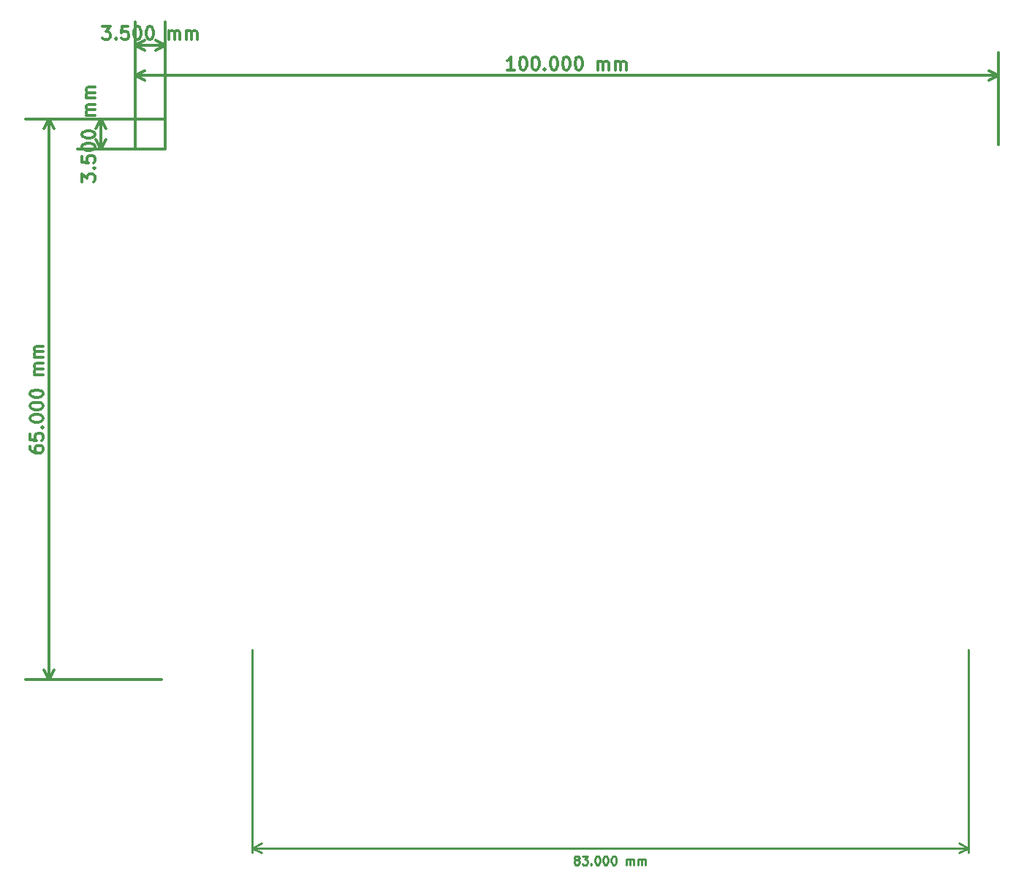
<source format=gbr>
G04 #@! TF.GenerationSoftware,KiCad,Pcbnew,(6.0.0-rc1-dev-450-gc170e8930)*
G04 #@! TF.CreationDate,2018-10-08T16:18:35+02:00*
G04 #@! TF.ProjectId,Astroplant_VFR,417374726F706C616E745F5646522E6B,0.5*
G04 #@! TF.SameCoordinates,Original*
G04 #@! TF.FileFunction,Other,ECO2*
%FSLAX46Y46*%
G04 Gerber Fmt 4.6, Leading zero omitted, Abs format (unit mm)*
G04 Created by KiCad (PCBNEW (6.0.0-rc1-dev-450-gc170e8930)) date Mon Oct  8 16:18:35 2018*
%MOMM*%
%LPD*%
G01*
G04 APERTURE LIST*
%ADD10C,0.250000*%
%ADD11C,0.300000*%
G04 APERTURE END LIST*
D10*
X151047619Y-120880952D02*
X150952380Y-120833333D01*
X150904761Y-120785714D01*
X150857142Y-120690476D01*
X150857142Y-120642857D01*
X150904761Y-120547619D01*
X150952380Y-120500000D01*
X151047619Y-120452380D01*
X151238095Y-120452380D01*
X151333333Y-120500000D01*
X151380952Y-120547619D01*
X151428571Y-120642857D01*
X151428571Y-120690476D01*
X151380952Y-120785714D01*
X151333333Y-120833333D01*
X151238095Y-120880952D01*
X151047619Y-120880952D01*
X150952380Y-120928571D01*
X150904761Y-120976190D01*
X150857142Y-121071428D01*
X150857142Y-121261904D01*
X150904761Y-121357142D01*
X150952380Y-121404761D01*
X151047619Y-121452380D01*
X151238095Y-121452380D01*
X151333333Y-121404761D01*
X151380952Y-121357142D01*
X151428571Y-121261904D01*
X151428571Y-121071428D01*
X151380952Y-120976190D01*
X151333333Y-120928571D01*
X151238095Y-120880952D01*
X151761904Y-120452380D02*
X152380952Y-120452380D01*
X152047619Y-120833333D01*
X152190476Y-120833333D01*
X152285714Y-120880952D01*
X152333333Y-120928571D01*
X152380952Y-121023809D01*
X152380952Y-121261904D01*
X152333333Y-121357142D01*
X152285714Y-121404761D01*
X152190476Y-121452380D01*
X151904761Y-121452380D01*
X151809523Y-121404761D01*
X151761904Y-121357142D01*
X152809523Y-121357142D02*
X152857142Y-121404761D01*
X152809523Y-121452380D01*
X152761904Y-121404761D01*
X152809523Y-121357142D01*
X152809523Y-121452380D01*
X153476190Y-120452380D02*
X153571428Y-120452380D01*
X153666666Y-120500000D01*
X153714285Y-120547619D01*
X153761904Y-120642857D01*
X153809523Y-120833333D01*
X153809523Y-121071428D01*
X153761904Y-121261904D01*
X153714285Y-121357142D01*
X153666666Y-121404761D01*
X153571428Y-121452380D01*
X153476190Y-121452380D01*
X153380952Y-121404761D01*
X153333333Y-121357142D01*
X153285714Y-121261904D01*
X153238095Y-121071428D01*
X153238095Y-120833333D01*
X153285714Y-120642857D01*
X153333333Y-120547619D01*
X153380952Y-120500000D01*
X153476190Y-120452380D01*
X154428571Y-120452380D02*
X154523809Y-120452380D01*
X154619047Y-120500000D01*
X154666666Y-120547619D01*
X154714285Y-120642857D01*
X154761904Y-120833333D01*
X154761904Y-121071428D01*
X154714285Y-121261904D01*
X154666666Y-121357142D01*
X154619047Y-121404761D01*
X154523809Y-121452380D01*
X154428571Y-121452380D01*
X154333333Y-121404761D01*
X154285714Y-121357142D01*
X154238095Y-121261904D01*
X154190476Y-121071428D01*
X154190476Y-120833333D01*
X154238095Y-120642857D01*
X154285714Y-120547619D01*
X154333333Y-120500000D01*
X154428571Y-120452380D01*
X155380952Y-120452380D02*
X155476190Y-120452380D01*
X155571428Y-120500000D01*
X155619047Y-120547619D01*
X155666666Y-120642857D01*
X155714285Y-120833333D01*
X155714285Y-121071428D01*
X155666666Y-121261904D01*
X155619047Y-121357142D01*
X155571428Y-121404761D01*
X155476190Y-121452380D01*
X155380952Y-121452380D01*
X155285714Y-121404761D01*
X155238095Y-121357142D01*
X155190476Y-121261904D01*
X155142857Y-121071428D01*
X155142857Y-120833333D01*
X155190476Y-120642857D01*
X155238095Y-120547619D01*
X155285714Y-120500000D01*
X155380952Y-120452380D01*
X156904761Y-121452380D02*
X156904761Y-120785714D01*
X156904761Y-120880952D02*
X156952380Y-120833333D01*
X157047619Y-120785714D01*
X157190476Y-120785714D01*
X157285714Y-120833333D01*
X157333333Y-120928571D01*
X157333333Y-121452380D01*
X157333333Y-120928571D02*
X157380952Y-120833333D01*
X157476190Y-120785714D01*
X157619047Y-120785714D01*
X157714285Y-120833333D01*
X157761904Y-120928571D01*
X157761904Y-121452380D01*
X158238095Y-121452380D02*
X158238095Y-120785714D01*
X158238095Y-120880952D02*
X158285714Y-120833333D01*
X158380952Y-120785714D01*
X158523809Y-120785714D01*
X158619047Y-120833333D01*
X158666666Y-120928571D01*
X158666666Y-121452380D01*
X158666666Y-120928571D02*
X158714285Y-120833333D01*
X158809523Y-120785714D01*
X158952380Y-120785714D01*
X159047619Y-120833333D01*
X159095238Y-120928571D01*
X159095238Y-121452380D01*
X196500000Y-119500000D02*
X113500000Y-119500000D01*
X196500000Y-96500000D02*
X196500000Y-120086421D01*
X113500000Y-96500000D02*
X113500000Y-120086421D01*
X113500000Y-119500000D02*
X114626504Y-118913579D01*
X113500000Y-119500000D02*
X114626504Y-120086421D01*
X196500000Y-119500000D02*
X195373496Y-118913579D01*
X196500000Y-119500000D02*
X195373496Y-120086421D01*
D11*
X96178571Y-24328571D02*
X97107142Y-24328571D01*
X96607142Y-24900000D01*
X96821428Y-24900000D01*
X96964285Y-24971428D01*
X97035714Y-25042857D01*
X97107142Y-25185714D01*
X97107142Y-25542857D01*
X97035714Y-25685714D01*
X96964285Y-25757142D01*
X96821428Y-25828571D01*
X96392857Y-25828571D01*
X96250000Y-25757142D01*
X96178571Y-25685714D01*
X97750000Y-25685714D02*
X97821428Y-25757142D01*
X97750000Y-25828571D01*
X97678571Y-25757142D01*
X97750000Y-25685714D01*
X97750000Y-25828571D01*
X99178571Y-24328571D02*
X98464285Y-24328571D01*
X98392857Y-25042857D01*
X98464285Y-24971428D01*
X98607142Y-24900000D01*
X98964285Y-24900000D01*
X99107142Y-24971428D01*
X99178571Y-25042857D01*
X99250000Y-25185714D01*
X99250000Y-25542857D01*
X99178571Y-25685714D01*
X99107142Y-25757142D01*
X98964285Y-25828571D01*
X98607142Y-25828571D01*
X98464285Y-25757142D01*
X98392857Y-25685714D01*
X100178571Y-24328571D02*
X100321428Y-24328571D01*
X100464285Y-24400000D01*
X100535714Y-24471428D01*
X100607142Y-24614285D01*
X100678571Y-24900000D01*
X100678571Y-25257142D01*
X100607142Y-25542857D01*
X100535714Y-25685714D01*
X100464285Y-25757142D01*
X100321428Y-25828571D01*
X100178571Y-25828571D01*
X100035714Y-25757142D01*
X99964285Y-25685714D01*
X99892857Y-25542857D01*
X99821428Y-25257142D01*
X99821428Y-24900000D01*
X99892857Y-24614285D01*
X99964285Y-24471428D01*
X100035714Y-24400000D01*
X100178571Y-24328571D01*
X101607142Y-24328571D02*
X101750000Y-24328571D01*
X101892857Y-24400000D01*
X101964285Y-24471428D01*
X102035714Y-24614285D01*
X102107142Y-24900000D01*
X102107142Y-25257142D01*
X102035714Y-25542857D01*
X101964285Y-25685714D01*
X101892857Y-25757142D01*
X101750000Y-25828571D01*
X101607142Y-25828571D01*
X101464285Y-25757142D01*
X101392857Y-25685714D01*
X101321428Y-25542857D01*
X101250000Y-25257142D01*
X101250000Y-24900000D01*
X101321428Y-24614285D01*
X101392857Y-24471428D01*
X101464285Y-24400000D01*
X101607142Y-24328571D01*
X103892857Y-25828571D02*
X103892857Y-24828571D01*
X103892857Y-24971428D02*
X103964285Y-24900000D01*
X104107142Y-24828571D01*
X104321428Y-24828571D01*
X104464285Y-24900000D01*
X104535714Y-25042857D01*
X104535714Y-25828571D01*
X104535714Y-25042857D02*
X104607142Y-24900000D01*
X104750000Y-24828571D01*
X104964285Y-24828571D01*
X105107142Y-24900000D01*
X105178571Y-25042857D01*
X105178571Y-25828571D01*
X105892857Y-25828571D02*
X105892857Y-24828571D01*
X105892857Y-24971428D02*
X105964285Y-24900000D01*
X106107142Y-24828571D01*
X106321428Y-24828571D01*
X106464285Y-24900000D01*
X106535714Y-25042857D01*
X106535714Y-25828571D01*
X106535714Y-25042857D02*
X106607142Y-24900000D01*
X106750000Y-24828571D01*
X106964285Y-24828571D01*
X107107142Y-24900000D01*
X107178571Y-25042857D01*
X107178571Y-25828571D01*
X103500000Y-26500000D02*
X100000000Y-26500000D01*
X103500000Y-38500000D02*
X103500000Y-23800000D01*
X100000000Y-38500000D02*
X100000000Y-23800000D01*
X100000000Y-26500000D02*
X101126504Y-25913579D01*
X100000000Y-26500000D02*
X101126504Y-27086421D01*
X103500000Y-26500000D02*
X102373496Y-25913579D01*
X103500000Y-26500000D02*
X102373496Y-27086421D01*
X93828571Y-42321428D02*
X93828571Y-41392857D01*
X94400000Y-41892857D01*
X94400000Y-41678571D01*
X94471428Y-41535714D01*
X94542857Y-41464285D01*
X94685714Y-41392857D01*
X95042857Y-41392857D01*
X95185714Y-41464285D01*
X95257142Y-41535714D01*
X95328571Y-41678571D01*
X95328571Y-42107142D01*
X95257142Y-42250000D01*
X95185714Y-42321428D01*
X95185714Y-40750000D02*
X95257142Y-40678571D01*
X95328571Y-40750000D01*
X95257142Y-40821428D01*
X95185714Y-40750000D01*
X95328571Y-40750000D01*
X93828571Y-39321428D02*
X93828571Y-40035714D01*
X94542857Y-40107142D01*
X94471428Y-40035714D01*
X94400000Y-39892857D01*
X94400000Y-39535714D01*
X94471428Y-39392857D01*
X94542857Y-39321428D01*
X94685714Y-39250000D01*
X95042857Y-39250000D01*
X95185714Y-39321428D01*
X95257142Y-39392857D01*
X95328571Y-39535714D01*
X95328571Y-39892857D01*
X95257142Y-40035714D01*
X95185714Y-40107142D01*
X93828571Y-38321428D02*
X93828571Y-38178571D01*
X93900000Y-38035714D01*
X93971428Y-37964285D01*
X94114285Y-37892857D01*
X94400000Y-37821428D01*
X94757142Y-37821428D01*
X95042857Y-37892857D01*
X95185714Y-37964285D01*
X95257142Y-38035714D01*
X95328571Y-38178571D01*
X95328571Y-38321428D01*
X95257142Y-38464285D01*
X95185714Y-38535714D01*
X95042857Y-38607142D01*
X94757142Y-38678571D01*
X94400000Y-38678571D01*
X94114285Y-38607142D01*
X93971428Y-38535714D01*
X93900000Y-38464285D01*
X93828571Y-38321428D01*
X93828571Y-36892857D02*
X93828571Y-36750000D01*
X93900000Y-36607142D01*
X93971428Y-36535714D01*
X94114285Y-36464285D01*
X94400000Y-36392857D01*
X94757142Y-36392857D01*
X95042857Y-36464285D01*
X95185714Y-36535714D01*
X95257142Y-36607142D01*
X95328571Y-36750000D01*
X95328571Y-36892857D01*
X95257142Y-37035714D01*
X95185714Y-37107142D01*
X95042857Y-37178571D01*
X94757142Y-37250000D01*
X94400000Y-37250000D01*
X94114285Y-37178571D01*
X93971428Y-37107142D01*
X93900000Y-37035714D01*
X93828571Y-36892857D01*
X95328571Y-34607142D02*
X94328571Y-34607142D01*
X94471428Y-34607142D02*
X94400000Y-34535714D01*
X94328571Y-34392857D01*
X94328571Y-34178571D01*
X94400000Y-34035714D01*
X94542857Y-33964285D01*
X95328571Y-33964285D01*
X94542857Y-33964285D02*
X94400000Y-33892857D01*
X94328571Y-33750000D01*
X94328571Y-33535714D01*
X94400000Y-33392857D01*
X94542857Y-33321428D01*
X95328571Y-33321428D01*
X95328571Y-32607142D02*
X94328571Y-32607142D01*
X94471428Y-32607142D02*
X94400000Y-32535714D01*
X94328571Y-32392857D01*
X94328571Y-32178571D01*
X94400000Y-32035714D01*
X94542857Y-31964285D01*
X95328571Y-31964285D01*
X94542857Y-31964285D02*
X94400000Y-31892857D01*
X94328571Y-31750000D01*
X94328571Y-31535714D01*
X94400000Y-31392857D01*
X94542857Y-31321428D01*
X95328571Y-31321428D01*
X96000000Y-38500000D02*
X96000000Y-35000000D01*
X103500000Y-38500000D02*
X93300000Y-38500000D01*
X103500000Y-35000000D02*
X93300000Y-35000000D01*
X96000000Y-35000000D02*
X96586421Y-36126504D01*
X96000000Y-35000000D02*
X95413579Y-36126504D01*
X96000000Y-38500000D02*
X96586421Y-37373496D01*
X96000000Y-38500000D02*
X95413579Y-37373496D01*
X143928571Y-29328571D02*
X143071428Y-29328571D01*
X143500000Y-29328571D02*
X143500000Y-27828571D01*
X143357142Y-28042857D01*
X143214285Y-28185714D01*
X143071428Y-28257142D01*
X144857142Y-27828571D02*
X145000000Y-27828571D01*
X145142857Y-27900000D01*
X145214285Y-27971428D01*
X145285714Y-28114285D01*
X145357142Y-28400000D01*
X145357142Y-28757142D01*
X145285714Y-29042857D01*
X145214285Y-29185714D01*
X145142857Y-29257142D01*
X145000000Y-29328571D01*
X144857142Y-29328571D01*
X144714285Y-29257142D01*
X144642857Y-29185714D01*
X144571428Y-29042857D01*
X144500000Y-28757142D01*
X144500000Y-28400000D01*
X144571428Y-28114285D01*
X144642857Y-27971428D01*
X144714285Y-27900000D01*
X144857142Y-27828571D01*
X146285714Y-27828571D02*
X146428571Y-27828571D01*
X146571428Y-27900000D01*
X146642857Y-27971428D01*
X146714285Y-28114285D01*
X146785714Y-28400000D01*
X146785714Y-28757142D01*
X146714285Y-29042857D01*
X146642857Y-29185714D01*
X146571428Y-29257142D01*
X146428571Y-29328571D01*
X146285714Y-29328571D01*
X146142857Y-29257142D01*
X146071428Y-29185714D01*
X146000000Y-29042857D01*
X145928571Y-28757142D01*
X145928571Y-28400000D01*
X146000000Y-28114285D01*
X146071428Y-27971428D01*
X146142857Y-27900000D01*
X146285714Y-27828571D01*
X147428571Y-29185714D02*
X147500000Y-29257142D01*
X147428571Y-29328571D01*
X147357142Y-29257142D01*
X147428571Y-29185714D01*
X147428571Y-29328571D01*
X148428571Y-27828571D02*
X148571428Y-27828571D01*
X148714285Y-27900000D01*
X148785714Y-27971428D01*
X148857142Y-28114285D01*
X148928571Y-28400000D01*
X148928571Y-28757142D01*
X148857142Y-29042857D01*
X148785714Y-29185714D01*
X148714285Y-29257142D01*
X148571428Y-29328571D01*
X148428571Y-29328571D01*
X148285714Y-29257142D01*
X148214285Y-29185714D01*
X148142857Y-29042857D01*
X148071428Y-28757142D01*
X148071428Y-28400000D01*
X148142857Y-28114285D01*
X148214285Y-27971428D01*
X148285714Y-27900000D01*
X148428571Y-27828571D01*
X149857142Y-27828571D02*
X150000000Y-27828571D01*
X150142857Y-27900000D01*
X150214285Y-27971428D01*
X150285714Y-28114285D01*
X150357142Y-28400000D01*
X150357142Y-28757142D01*
X150285714Y-29042857D01*
X150214285Y-29185714D01*
X150142857Y-29257142D01*
X150000000Y-29328571D01*
X149857142Y-29328571D01*
X149714285Y-29257142D01*
X149642857Y-29185714D01*
X149571428Y-29042857D01*
X149500000Y-28757142D01*
X149500000Y-28400000D01*
X149571428Y-28114285D01*
X149642857Y-27971428D01*
X149714285Y-27900000D01*
X149857142Y-27828571D01*
X151285714Y-27828571D02*
X151428571Y-27828571D01*
X151571428Y-27900000D01*
X151642857Y-27971428D01*
X151714285Y-28114285D01*
X151785714Y-28400000D01*
X151785714Y-28757142D01*
X151714285Y-29042857D01*
X151642857Y-29185714D01*
X151571428Y-29257142D01*
X151428571Y-29328571D01*
X151285714Y-29328571D01*
X151142857Y-29257142D01*
X151071428Y-29185714D01*
X151000000Y-29042857D01*
X150928571Y-28757142D01*
X150928571Y-28400000D01*
X151000000Y-28114285D01*
X151071428Y-27971428D01*
X151142857Y-27900000D01*
X151285714Y-27828571D01*
X153571428Y-29328571D02*
X153571428Y-28328571D01*
X153571428Y-28471428D02*
X153642857Y-28400000D01*
X153785714Y-28328571D01*
X154000000Y-28328571D01*
X154142857Y-28400000D01*
X154214285Y-28542857D01*
X154214285Y-29328571D01*
X154214285Y-28542857D02*
X154285714Y-28400000D01*
X154428571Y-28328571D01*
X154642857Y-28328571D01*
X154785714Y-28400000D01*
X154857142Y-28542857D01*
X154857142Y-29328571D01*
X155571428Y-29328571D02*
X155571428Y-28328571D01*
X155571428Y-28471428D02*
X155642857Y-28400000D01*
X155785714Y-28328571D01*
X156000000Y-28328571D01*
X156142857Y-28400000D01*
X156214285Y-28542857D01*
X156214285Y-29328571D01*
X156214285Y-28542857D02*
X156285714Y-28400000D01*
X156428571Y-28328571D01*
X156642857Y-28328571D01*
X156785714Y-28400000D01*
X156857142Y-28542857D01*
X156857142Y-29328571D01*
X100000000Y-30000000D02*
X200000000Y-30000000D01*
X100000000Y-38000000D02*
X100000000Y-27300000D01*
X200000000Y-38000000D02*
X200000000Y-27300000D01*
X200000000Y-30000000D02*
X198873496Y-30586421D01*
X200000000Y-30000000D02*
X198873496Y-29413579D01*
X100000000Y-30000000D02*
X101126504Y-30586421D01*
X100000000Y-30000000D02*
X101126504Y-29413579D01*
X87828571Y-73000000D02*
X87828571Y-73285714D01*
X87900000Y-73428571D01*
X87971428Y-73500000D01*
X88185714Y-73642857D01*
X88471428Y-73714285D01*
X89042857Y-73714285D01*
X89185714Y-73642857D01*
X89257142Y-73571428D01*
X89328571Y-73428571D01*
X89328571Y-73142857D01*
X89257142Y-73000000D01*
X89185714Y-72928571D01*
X89042857Y-72857142D01*
X88685714Y-72857142D01*
X88542857Y-72928571D01*
X88471428Y-73000000D01*
X88400000Y-73142857D01*
X88400000Y-73428571D01*
X88471428Y-73571428D01*
X88542857Y-73642857D01*
X88685714Y-73714285D01*
X87828571Y-71500000D02*
X87828571Y-72214285D01*
X88542857Y-72285714D01*
X88471428Y-72214285D01*
X88400000Y-72071428D01*
X88400000Y-71714285D01*
X88471428Y-71571428D01*
X88542857Y-71500000D01*
X88685714Y-71428571D01*
X89042857Y-71428571D01*
X89185714Y-71500000D01*
X89257142Y-71571428D01*
X89328571Y-71714285D01*
X89328571Y-72071428D01*
X89257142Y-72214285D01*
X89185714Y-72285714D01*
X89185714Y-70785714D02*
X89257142Y-70714285D01*
X89328571Y-70785714D01*
X89257142Y-70857142D01*
X89185714Y-70785714D01*
X89328571Y-70785714D01*
X87828571Y-69785714D02*
X87828571Y-69642857D01*
X87900000Y-69500000D01*
X87971428Y-69428571D01*
X88114285Y-69357142D01*
X88400000Y-69285714D01*
X88757142Y-69285714D01*
X89042857Y-69357142D01*
X89185714Y-69428571D01*
X89257142Y-69500000D01*
X89328571Y-69642857D01*
X89328571Y-69785714D01*
X89257142Y-69928571D01*
X89185714Y-70000000D01*
X89042857Y-70071428D01*
X88757142Y-70142857D01*
X88400000Y-70142857D01*
X88114285Y-70071428D01*
X87971428Y-70000000D01*
X87900000Y-69928571D01*
X87828571Y-69785714D01*
X87828571Y-68357142D02*
X87828571Y-68214285D01*
X87900000Y-68071428D01*
X87971428Y-68000000D01*
X88114285Y-67928571D01*
X88400000Y-67857142D01*
X88757142Y-67857142D01*
X89042857Y-67928571D01*
X89185714Y-68000000D01*
X89257142Y-68071428D01*
X89328571Y-68214285D01*
X89328571Y-68357142D01*
X89257142Y-68500000D01*
X89185714Y-68571428D01*
X89042857Y-68642857D01*
X88757142Y-68714285D01*
X88400000Y-68714285D01*
X88114285Y-68642857D01*
X87971428Y-68571428D01*
X87900000Y-68500000D01*
X87828571Y-68357142D01*
X87828571Y-66928571D02*
X87828571Y-66785714D01*
X87900000Y-66642857D01*
X87971428Y-66571428D01*
X88114285Y-66500000D01*
X88400000Y-66428571D01*
X88757142Y-66428571D01*
X89042857Y-66500000D01*
X89185714Y-66571428D01*
X89257142Y-66642857D01*
X89328571Y-66785714D01*
X89328571Y-66928571D01*
X89257142Y-67071428D01*
X89185714Y-67142857D01*
X89042857Y-67214285D01*
X88757142Y-67285714D01*
X88400000Y-67285714D01*
X88114285Y-67214285D01*
X87971428Y-67142857D01*
X87900000Y-67071428D01*
X87828571Y-66928571D01*
X89328571Y-64642857D02*
X88328571Y-64642857D01*
X88471428Y-64642857D02*
X88400000Y-64571428D01*
X88328571Y-64428571D01*
X88328571Y-64214285D01*
X88400000Y-64071428D01*
X88542857Y-64000000D01*
X89328571Y-64000000D01*
X88542857Y-64000000D02*
X88400000Y-63928571D01*
X88328571Y-63785714D01*
X88328571Y-63571428D01*
X88400000Y-63428571D01*
X88542857Y-63357142D01*
X89328571Y-63357142D01*
X89328571Y-62642857D02*
X88328571Y-62642857D01*
X88471428Y-62642857D02*
X88400000Y-62571428D01*
X88328571Y-62428571D01*
X88328571Y-62214285D01*
X88400000Y-62071428D01*
X88542857Y-62000000D01*
X89328571Y-62000000D01*
X88542857Y-62000000D02*
X88400000Y-61928571D01*
X88328571Y-61785714D01*
X88328571Y-61571428D01*
X88400000Y-61428571D01*
X88542857Y-61357142D01*
X89328571Y-61357142D01*
X90000000Y-100000000D02*
X90000000Y-35000000D01*
X103000000Y-100000000D02*
X87300000Y-100000000D01*
X103000000Y-35000000D02*
X87300000Y-35000000D01*
X90000000Y-35000000D02*
X90586421Y-36126504D01*
X90000000Y-35000000D02*
X89413579Y-36126504D01*
X90000000Y-100000000D02*
X90586421Y-98873496D01*
X90000000Y-100000000D02*
X89413579Y-98873496D01*
M02*

</source>
